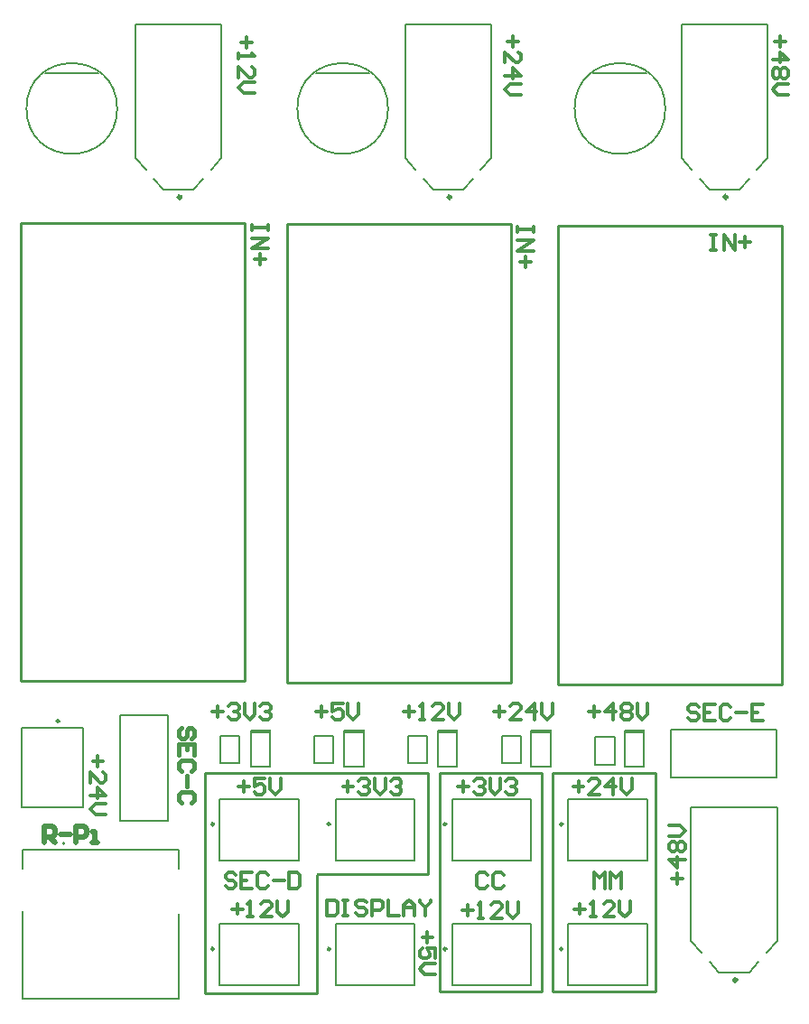
<source format=gto>
G04*
G04 #@! TF.GenerationSoftware,Altium Limited,Altium Designer,20.1.8 (145)*
G04*
G04 Layer_Color=65535*
%FSLAX25Y25*%
%MOIN*%
G70*
G04*
G04 #@! TF.SameCoordinates,1FDAB6DA-E141-4DA2-B8DD-458AA00E26A3*
G04*
G04*
G04 #@! TF.FilePolarity,Positive*
G04*
G01*
G75*
%ADD10C,0.01181*%
%ADD11C,0.00984*%
%ADD12C,0.00787*%
%ADD13C,0.00591*%
%ADD14C,0.01000*%
%ADD15C,0.00500*%
%ADD16C,0.01575*%
%ADD17C,0.01968*%
%ADD18R,0.07480X0.01181*%
D10*
X269094Y8268D02*
G03*
X269094Y8268I-591J0D01*
G01*
X63976Y297244D02*
G03*
X63976Y297244I-591J0D01*
G01*
X163583D02*
G03*
X163583Y297244I-591J0D01*
G01*
X265551D02*
G03*
X265551Y297244I-591J0D01*
G01*
X259449Y283463D02*
X261417D01*
X260433D01*
Y277559D01*
X259449D01*
X261417D01*
X264369D02*
Y283463D01*
X268304Y277559D01*
Y283463D01*
X270272Y280511D02*
X274208D01*
X272240Y282479D02*
Y278543D01*
X194093Y286220D02*
Y284253D01*
Y285237D01*
X188189D01*
Y286220D01*
Y284253D01*
Y281301D02*
X194093D01*
X188189Y277365D01*
X194093D01*
X191141Y275397D02*
Y271462D01*
X193109Y273429D02*
X189173D01*
X96061Y287008D02*
Y285040D01*
Y286024D01*
X90158D01*
Y287008D01*
Y285040D01*
Y282088D02*
X96061D01*
X90158Y278152D01*
X96061D01*
X93109Y276185D02*
Y272249D01*
X95077Y274217D02*
X91141D01*
X214567Y107393D02*
X218503D01*
X216535Y109361D02*
Y105425D01*
X223422Y104441D02*
Y110345D01*
X220470Y107393D01*
X224406D01*
X226374Y109361D02*
X227358Y110345D01*
X229326D01*
X230310Y109361D01*
Y108377D01*
X229326Y107393D01*
X230310Y106409D01*
Y105425D01*
X229326Y104441D01*
X227358D01*
X226374Y105425D01*
Y106409D01*
X227358Y107393D01*
X226374Y108377D01*
Y109361D01*
X227358Y107393D02*
X229326D01*
X232278Y110345D02*
Y106409D01*
X234246Y104441D01*
X236213Y106409D01*
Y110345D01*
X179527Y107393D02*
X183463D01*
X181495Y109361D02*
Y105425D01*
X189367Y104441D02*
X185431D01*
X189367Y108377D01*
Y109361D01*
X188383Y110345D01*
X186415D01*
X185431Y109361D01*
X194287Y104441D02*
Y110345D01*
X191335Y107393D01*
X195271D01*
X197238Y110345D02*
Y106409D01*
X199206Y104441D01*
X201174Y106409D01*
Y110345D01*
X146063Y107393D02*
X149999D01*
X148031Y109361D02*
Y105425D01*
X151967Y104441D02*
X153934D01*
X152951D01*
Y110345D01*
X151967Y109361D01*
X160822Y104441D02*
X156886D01*
X160822Y108377D01*
Y109361D01*
X159838Y110345D01*
X157870D01*
X156886Y109361D01*
X162790Y110345D02*
Y106409D01*
X164758Y104441D01*
X166726Y106409D01*
Y110345D01*
X113779Y107393D02*
X117715D01*
X115747Y109361D02*
Y105425D01*
X123619Y110345D02*
X119683D01*
Y107393D01*
X121651Y108377D01*
X122635D01*
X123619Y107393D01*
Y105425D01*
X122635Y104441D01*
X120667D01*
X119683Y105425D01*
X125587Y110345D02*
Y106409D01*
X127555Y104441D01*
X129523Y106409D01*
Y110345D01*
X75502Y107393D02*
X79438D01*
X77470Y109361D02*
Y105425D01*
X81406Y109361D02*
X82390Y110345D01*
X84358D01*
X85342Y109361D01*
Y108377D01*
X84358Y107393D01*
X83374D01*
X84358D01*
X85342Y106409D01*
Y105425D01*
X84358Y104441D01*
X82390D01*
X81406Y105425D01*
X87309Y110345D02*
Y106409D01*
X89277Y104441D01*
X91245Y106409D01*
Y110345D01*
X93213Y109361D02*
X94197Y110345D01*
X96165D01*
X97149Y109361D01*
Y108377D01*
X96165Y107393D01*
X95181D01*
X96165D01*
X97149Y106409D01*
Y105425D01*
X96165Y104441D01*
X94197D01*
X93213Y105425D01*
X216535Y42126D02*
Y48030D01*
X218503Y46062D01*
X220471Y48030D01*
Y42126D01*
X222439D02*
Y48030D01*
X224407Y46062D01*
X226375Y48030D01*
Y42126D01*
X208661Y79724D02*
X212597D01*
X210629Y81691D02*
Y77756D01*
X218501Y76772D02*
X214565D01*
X218501Y80707D01*
Y81691D01*
X217517Y82675D01*
X215549D01*
X214565Y81691D01*
X223420Y76772D02*
Y82675D01*
X220469Y79724D01*
X224404D01*
X226372Y82675D02*
Y78740D01*
X228340Y76772D01*
X230308Y78740D01*
Y82675D01*
X209153Y34448D02*
X213089D01*
X211121Y36416D02*
Y32480D01*
X215057Y31496D02*
X217025D01*
X216041D01*
Y37400D01*
X215057Y36416D01*
X223912Y31496D02*
X219977D01*
X223912Y35432D01*
Y36416D01*
X222928Y37400D01*
X220961D01*
X219977Y36416D01*
X225880Y37400D02*
Y33464D01*
X227848Y31496D01*
X229816Y33464D01*
Y37400D01*
X177164Y47046D02*
X176180Y48030D01*
X174212D01*
X173228Y47046D01*
Y43110D01*
X174212Y42126D01*
X176180D01*
X177164Y43110D01*
X183068Y47046D02*
X182084Y48030D01*
X180116D01*
X179132Y47046D01*
Y43110D01*
X180116Y42126D01*
X182084D01*
X183068Y43110D01*
X167717Y34054D02*
X171652D01*
X169684Y36022D02*
Y32086D01*
X173620Y31102D02*
X175588D01*
X174604D01*
Y37006D01*
X173620Y36022D01*
X182475Y31102D02*
X178540D01*
X182475Y35038D01*
Y36022D01*
X181492Y37006D01*
X179524D01*
X178540Y36022D01*
X184443Y37006D02*
Y33070D01*
X186411Y31102D01*
X188379Y33070D01*
Y37006D01*
X166142Y79724D02*
X170077D01*
X168110Y81691D02*
Y77756D01*
X172045Y81691D02*
X173029Y82675D01*
X174997D01*
X175981Y81691D01*
Y80707D01*
X174997Y79724D01*
X174013D01*
X174997D01*
X175981Y78740D01*
Y77756D01*
X174997Y76772D01*
X173029D01*
X172045Y77756D01*
X177949Y82675D02*
Y78740D01*
X179917Y76772D01*
X181885Y78740D01*
Y82675D01*
X183853Y81691D02*
X184836Y82675D01*
X186804D01*
X187788Y81691D01*
Y80707D01*
X186804Y79724D01*
X185820D01*
X186804D01*
X187788Y78740D01*
Y77756D01*
X186804Y76772D01*
X184836D01*
X183853Y77756D01*
X84251Y47046D02*
X83267Y48030D01*
X81299D01*
X80315Y47046D01*
Y46062D01*
X81299Y45078D01*
X83267D01*
X84251Y44094D01*
Y43110D01*
X83267Y42126D01*
X81299D01*
X80315Y43110D01*
X90154Y48030D02*
X86219D01*
Y42126D01*
X90154D01*
X86219Y45078D02*
X88186D01*
X96058Y47046D02*
X95074Y48030D01*
X93106D01*
X92122Y47046D01*
Y43110D01*
X93106Y42126D01*
X95074D01*
X96058Y43110D01*
X98026Y45078D02*
X101962D01*
X103929Y48030D02*
Y42126D01*
X106881D01*
X107865Y43110D01*
Y47046D01*
X106881Y48030D01*
X103929D01*
X82677Y34448D02*
X86613D01*
X84645Y36416D02*
Y32480D01*
X88581Y31496D02*
X90549D01*
X89565D01*
Y37400D01*
X88581Y36416D01*
X97436Y31496D02*
X93500D01*
X97436Y35432D01*
Y36416D01*
X96452Y37400D01*
X94484D01*
X93500Y36416D01*
X99404Y37400D02*
Y33464D01*
X101372Y31496D01*
X103340Y33464D01*
Y37400D01*
X123622Y79724D02*
X127558D01*
X125590Y81691D02*
Y77756D01*
X129526Y81691D02*
X130510Y82675D01*
X132477D01*
X133461Y81691D01*
Y80707D01*
X132477Y79724D01*
X131493D01*
X132477D01*
X133461Y78740D01*
Y77756D01*
X132477Y76772D01*
X130510D01*
X129526Y77756D01*
X135429Y82675D02*
Y78740D01*
X137397Y76772D01*
X139365Y78740D01*
Y82675D01*
X141333Y81691D02*
X142317Y82675D01*
X144285D01*
X145269Y81691D01*
Y80707D01*
X144285Y79724D01*
X143301D01*
X144285D01*
X145269Y78740D01*
Y77756D01*
X144285Y76772D01*
X142317D01*
X141333Y77756D01*
X85039Y79724D02*
X88975D01*
X87007Y81691D02*
Y77756D01*
X94879Y82675D02*
X90943D01*
Y79724D01*
X92911Y80707D01*
X93895D01*
X94879Y79724D01*
Y77756D01*
X93895Y76772D01*
X91927D01*
X90943Y77756D01*
X96847Y82675D02*
Y78740D01*
X98814Y76772D01*
X100782Y78740D01*
Y82675D01*
X154920Y25984D02*
Y22049D01*
X156888Y24016D02*
X152952D01*
X157872Y16145D02*
Y20081D01*
X154920D01*
X155904Y18113D01*
Y17129D01*
X154920Y16145D01*
X152952D01*
X151969Y17129D01*
Y19097D01*
X152952Y20081D01*
X157872Y14177D02*
X153936D01*
X151969Y12209D01*
X153936Y10241D01*
X157872D01*
X117717Y37793D02*
Y31890D01*
X120668D01*
X121652Y32874D01*
Y36809D01*
X120668Y37793D01*
X117717D01*
X123620D02*
X125588D01*
X124604D01*
Y31890D01*
X123620D01*
X125588D01*
X132475Y36809D02*
X131492Y37793D01*
X129524D01*
X128540Y36809D01*
Y35825D01*
X129524Y34842D01*
X131492D01*
X132475Y33858D01*
Y32874D01*
X131492Y31890D01*
X129524D01*
X128540Y32874D01*
X134443Y31890D02*
Y37793D01*
X137395D01*
X138379Y36809D01*
Y34842D01*
X137395Y33858D01*
X134443D01*
X140347Y37793D02*
Y31890D01*
X144283D01*
X146251D02*
Y35825D01*
X148219Y37793D01*
X150186Y35825D01*
Y31890D01*
Y34842D01*
X146251D01*
X152154Y37793D02*
Y36809D01*
X154122Y34842D01*
X156090Y36809D01*
Y37793D01*
X154122Y34842D02*
Y31890D01*
X247048Y43701D02*
Y47637D01*
X245080Y45669D02*
X249016D01*
X250000Y52556D02*
X244096D01*
X247048Y49604D01*
Y53540D01*
X245080Y55508D02*
X244096Y56492D01*
Y58460D01*
X245080Y59444D01*
X246064D01*
X247048Y58460D01*
X248032Y59444D01*
X249016D01*
X250000Y58460D01*
Y56492D01*
X249016Y55508D01*
X248032D01*
X247048Y56492D01*
X246064Y55508D01*
X245080D01*
X247048Y56492D02*
Y58460D01*
X244096Y61412D02*
X248032D01*
X250000Y63380D01*
X248032Y65347D01*
X244096D01*
X255117Y108857D02*
X254133Y109841D01*
X252165D01*
X251181Y108857D01*
Y107873D01*
X252165Y106889D01*
X254133D01*
X255117Y105905D01*
Y104921D01*
X254133Y103937D01*
X252165D01*
X251181Y104921D01*
X261020Y109841D02*
X257085D01*
Y103937D01*
X261020D01*
X257085Y106889D02*
X259053D01*
X266924Y108857D02*
X265940Y109841D01*
X263972D01*
X262988Y108857D01*
Y104921D01*
X263972Y103937D01*
X265940D01*
X266924Y104921D01*
X268892Y106889D02*
X272828D01*
X278731Y109841D02*
X274796D01*
Y103937D01*
X278731D01*
X274796Y106889D02*
X276763D01*
X285235Y356693D02*
Y352757D01*
X287203Y354725D02*
X283267D01*
X282283Y347837D02*
X288187D01*
X285235Y350789D01*
Y346854D01*
X287203Y344886D02*
X288187Y343902D01*
Y341934D01*
X287203Y340950D01*
X286219D01*
X285235Y341934D01*
X284251Y340950D01*
X283267D01*
X282283Y341934D01*
Y343902D01*
X283267Y344886D01*
X284251D01*
X285235Y343902D01*
X286219Y344886D01*
X287203D01*
X285235Y343902D02*
Y341934D01*
X288187Y338982D02*
X284251D01*
X282283Y337014D01*
X284251Y335046D01*
X288187D01*
X87991Y356201D02*
Y352265D01*
X89959Y354233D02*
X86023D01*
X85039Y350297D02*
Y348329D01*
Y349313D01*
X90943D01*
X89959Y350297D01*
X85039Y341442D02*
Y345378D01*
X88975Y341442D01*
X89959D01*
X90943Y342426D01*
Y344394D01*
X89959Y345378D01*
X90943Y339474D02*
X87007D01*
X85039Y337506D01*
X87007Y335538D01*
X90943D01*
X186416Y356693D02*
Y352757D01*
X188384Y354725D02*
X184449D01*
X183465Y346854D02*
Y350789D01*
X187400Y346854D01*
X188384D01*
X189368Y347837D01*
Y349805D01*
X188384Y350789D01*
X183465Y341934D02*
X189368D01*
X186416Y344886D01*
Y340950D01*
X189368Y338982D02*
X185432D01*
X183465Y337014D01*
X185432Y335046D01*
X189368D01*
X33267Y90945D02*
Y87009D01*
X35235Y88977D02*
X31299D01*
X30315Y81106D02*
Y85041D01*
X34251Y81106D01*
X35235D01*
X36219Y82090D01*
Y84057D01*
X35235Y85041D01*
X30315Y76186D02*
X36219D01*
X33267Y79138D01*
Y75202D01*
X36219Y73234D02*
X32283D01*
X30315Y71266D01*
X32283Y69298D01*
X36219D01*
D11*
X76083Y65748D02*
G03*
X76083Y65748I-492J0D01*
G01*
X118996D02*
G03*
X118996Y65748I-492J0D01*
G01*
X161909D02*
G03*
X161909Y65748I-492J0D01*
G01*
X204823D02*
G03*
X204823Y65748I-492J0D01*
G01*
X18996Y103740D02*
G03*
X18996Y103740I-492J0D01*
G01*
X118996Y19684D02*
G03*
X118996Y19684I-492J0D01*
G01*
X76083D02*
G03*
X76083Y19684I-492J0D01*
G01*
X204823D02*
G03*
X204823Y19684I-492J0D01*
G01*
X161909D02*
G03*
X161909Y19684I-492J0D01*
G01*
D12*
X21000Y58595D02*
G03*
X21000Y58595I-394J0D01*
G01*
X124262Y87008D02*
X131348D01*
Y100394D01*
X124262D02*
X131348D01*
X124262Y87008D02*
Y100394D01*
Y87008D02*
X131348D01*
Y100394D01*
X124262D02*
X131348D01*
X124262Y87008D02*
Y100394D01*
X112992Y88189D02*
X120079D01*
X112992D02*
Y98425D01*
X120079D01*
Y88189D02*
Y98425D01*
X227756Y87008D02*
Y100394D01*
X234842D01*
Y87008D02*
Y100394D01*
X227756Y87008D02*
X234842D01*
X227756D02*
Y100394D01*
X234842D01*
Y87008D02*
Y100394D01*
X227756Y87008D02*
X234842D01*
X216929Y87795D02*
X224016D01*
X216929D02*
Y98032D01*
X224016D01*
Y87795D02*
Y98032D01*
X193258Y87008D02*
Y100394D01*
X200344D01*
Y87008D02*
Y100394D01*
X193258Y87008D02*
X200344D01*
X193258D02*
Y100394D01*
X200344D01*
Y87008D02*
Y100394D01*
X193258Y87008D02*
X200344D01*
X182283Y88189D02*
X189370D01*
X182283D02*
Y98425D01*
X189370D01*
Y88189D02*
Y98425D01*
X158760Y87008D02*
Y100394D01*
X165847D01*
Y87008D02*
Y100394D01*
X158760Y87008D02*
X165847D01*
X158760D02*
Y100394D01*
X165847D01*
Y87008D02*
Y100394D01*
X158760Y87008D02*
X165847D01*
X147638Y88189D02*
X154724D01*
X147638D02*
Y98425D01*
X154724D01*
Y88189D02*
Y98425D01*
X89764Y87008D02*
Y100394D01*
X96850D01*
Y87008D02*
Y100394D01*
X89764Y87008D02*
X96850D01*
X89764D02*
Y100394D01*
X96850D01*
Y87008D02*
Y100394D01*
X89764Y87008D02*
X96850D01*
X78347Y88189D02*
X85433D01*
X78347D02*
Y98425D01*
X85433D01*
Y88189D02*
Y98425D01*
X13878Y343012D02*
X33563D01*
X41535Y67126D02*
Y106102D01*
X59252D01*
X41535Y67126D02*
X59252D01*
Y106102D01*
X107283Y52362D02*
Y75000D01*
X78150Y52362D02*
X107283D01*
X78150Y75000D02*
X107283D01*
X78150Y52362D02*
Y75000D01*
X150197Y6299D02*
Y28936D01*
X121063Y6299D02*
X150197D01*
X121063Y28936D02*
X150197D01*
X121063Y6299D02*
Y28936D01*
X107283Y6299D02*
Y28936D01*
X78150Y6299D02*
X107283D01*
X78150Y28936D02*
X107283D01*
X78150Y6299D02*
Y28936D01*
X244685Y82874D02*
X283661D01*
X244685D02*
Y100591D01*
X283661Y82874D02*
Y100591D01*
X244685D02*
X283661D01*
X150197Y52362D02*
Y75000D01*
X121063Y52362D02*
X150197D01*
X121063Y75000D02*
X150197D01*
X121063Y52362D02*
Y75000D01*
X193110Y52362D02*
Y75000D01*
X163976Y52362D02*
X193110D01*
X163976Y75000D02*
X193110D01*
X163976Y52362D02*
Y75000D01*
X236024Y52362D02*
Y75000D01*
X206890Y52362D02*
X236024D01*
X206890Y75000D02*
X236024D01*
X206890Y52362D02*
Y75000D01*
X113878Y343012D02*
X133563D01*
X216240D02*
X235925D01*
X5118Y72047D02*
X27756D01*
X5118D02*
Y101181D01*
X27756Y72047D02*
Y101181D01*
X5118D02*
X27756D01*
X236024Y6299D02*
Y28936D01*
X206890Y6299D02*
X236024D01*
X206890Y28936D02*
X236024D01*
X206890Y6299D02*
Y28936D01*
X193110Y6299D02*
Y28936D01*
X163976Y6299D02*
X193110D01*
X163976Y28936D02*
X193110D01*
X163976Y6299D02*
Y28936D01*
D13*
X40354Y329921D02*
G03*
X40354Y329921I-16732J0D01*
G01*
X140354D02*
G03*
X140354Y329921I-16732J0D01*
G01*
X242717D02*
G03*
X242717Y329921I-16732J0D01*
G01*
D14*
X201181Y3937D02*
Y84646D01*
X238976D01*
Y3937D02*
Y84646D01*
X201181Y3937D02*
X238976D01*
X159449D02*
X197244D01*
Y84646D01*
X159449D02*
X197244D01*
X159449Y3937D02*
Y84646D01*
X72835D02*
X155118D01*
Y47244D02*
Y84646D01*
X114567Y47244D02*
X155118D01*
X114173Y46850D02*
X114567Y47244D01*
X114173Y3150D02*
Y46850D01*
X72835Y3150D02*
X114173D01*
X72835D02*
Y84646D01*
X103150Y118110D02*
X185827D01*
X103150D02*
Y287402D01*
X185827D01*
Y118110D02*
Y287402D01*
X285827Y117323D02*
Y286614D01*
X203150D02*
X285827D01*
X203150Y117323D02*
Y286614D01*
Y117323D02*
X285827D01*
X4724Y118504D02*
X87402D01*
X4724D02*
Y287795D01*
X87402D01*
Y118504D02*
Y287795D01*
D15*
X273622Y10827D02*
X277165Y14842D01*
X280118Y18189D02*
X284055Y22638D01*
X259055Y14842D02*
X262598Y10827D01*
X252165Y22638D02*
X256102Y18189D01*
X262598Y10827D02*
X273622D01*
X284055Y22638D02*
Y71850D01*
X252165D02*
X284055D01*
X252165Y22638D02*
Y71850D01*
X68504Y299803D02*
X72047Y303819D01*
X75000Y307165D02*
X78937Y311614D01*
X53937Y303819D02*
X57480Y299803D01*
X47047Y311614D02*
X50984Y307165D01*
X57480Y299803D02*
X68504D01*
X78937Y311614D02*
Y360827D01*
X47047D02*
X78937D01*
X47047Y311614D02*
Y360827D01*
X5453Y49409D02*
Y56339D01*
X63051D01*
Y49409D02*
Y56339D01*
X5453Y1221D02*
Y33661D01*
Y1221D02*
X63051D01*
Y32677D01*
X168110Y299803D02*
X171653Y303819D01*
X174606Y307165D02*
X178543Y311614D01*
X153543Y303819D02*
X157087Y299803D01*
X146653Y311614D02*
X150591Y307165D01*
X157087Y299803D02*
X168110D01*
X178543Y311614D02*
Y360827D01*
X146653D02*
X178543D01*
X146653Y311614D02*
Y360827D01*
X270079Y299803D02*
X273622Y303819D01*
X276575Y307165D02*
X280512Y311614D01*
X255512Y303819D02*
X259055Y299803D01*
X248622Y311614D02*
X252559Y307165D01*
X259055Y299803D02*
X270079D01*
X280512Y311614D02*
Y360827D01*
X248622D02*
X280512D01*
X248622Y311614D02*
Y360827D01*
D16*
X67912Y97245D02*
X68896Y98229D01*
Y100197D01*
X67912Y101181D01*
X66928D01*
X65944Y100197D01*
Y98229D01*
X64960Y97245D01*
X63976D01*
X62992Y98229D01*
Y100197D01*
X63976Y101181D01*
X68896Y91342D02*
Y95278D01*
X62992D01*
Y91342D01*
X65944Y95278D02*
Y93310D01*
X67912Y85438D02*
X68896Y86422D01*
Y88390D01*
X67912Y89374D01*
X63976D01*
X62992Y88390D01*
Y86422D01*
X63976Y85438D01*
X65944Y83470D02*
Y79535D01*
X67912Y73631D02*
X68896Y74615D01*
Y76583D01*
X67912Y77567D01*
X63976D01*
X62992Y76583D01*
Y74615D01*
X63976Y73631D01*
D17*
X13386Y59055D02*
Y64959D01*
X16338D01*
X17322Y63975D01*
Y62007D01*
X16338Y61023D01*
X13386D01*
X15354D02*
X17322Y59055D01*
X19289Y62007D02*
X23225D01*
X25193Y59055D02*
Y64959D01*
X28145D01*
X29129Y63975D01*
Y62007D01*
X28145Y61023D01*
X25193D01*
X31097Y59055D02*
X33064D01*
X32081D01*
Y62991D01*
X31097D01*
D18*
X128002Y99803D02*
D03*
D03*
X231496Y99803D02*
D03*
D03*
X196998Y99803D02*
D03*
D03*
X162500Y99803D02*
D03*
D03*
X93504Y99803D02*
D03*
D03*
M02*

</source>
